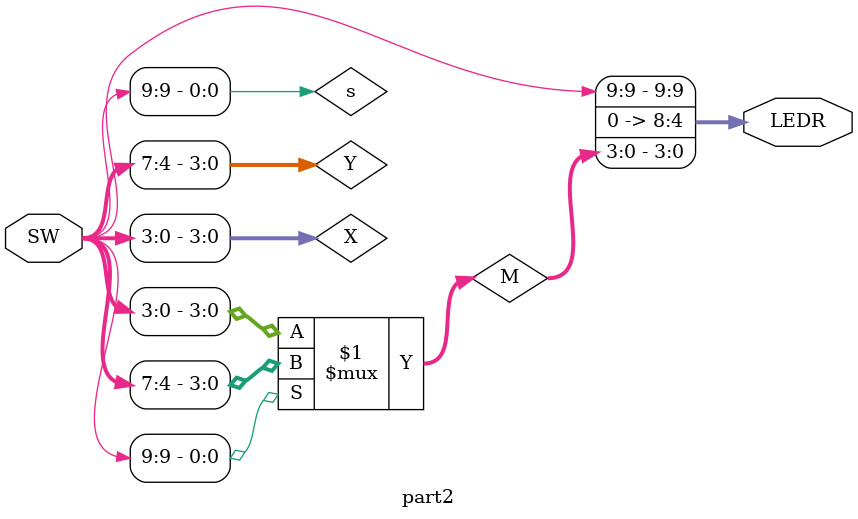
<source format=sv>
`default_nettype none

module part2 (
    input logic [9:0] SW,
    output logic [9:0] LEDR
);
    logic [3:0] X, Y, M;
    logic s;

    assign s = SW[9];
    assign X = SW[3:0];
    assign Y = SW[7:4];
    assign M = s ? Y : X;

    assign LEDR[9] = s;
    assign LEDR[8:0] = {5'b0, M};    

endmodule

</source>
